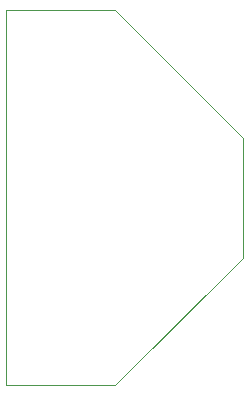
<source format=gm1>
%TF.GenerationSoftware,KiCad,Pcbnew,(5.1.6-0-10_14)*%
%TF.CreationDate,2022-06-04T16:36:40-05:00*%
%TF.ProjectId,programmer_adapter_v2,70726f67-7261-46d6-9d65-725f61646170,rev?*%
%TF.SameCoordinates,Original*%
%TF.FileFunction,Profile,NP*%
%FSLAX46Y46*%
G04 Gerber Fmt 4.6, Leading zero omitted, Abs format (unit mm)*
G04 Created by KiCad (PCBNEW (5.1.6-0-10_14)) date 2022-06-04 16:36:40*
%MOMM*%
%LPD*%
G01*
G04 APERTURE LIST*
%TA.AperFunction,Profile*%
%ADD10C,0.050000*%
%TD*%
G04 APERTURE END LIST*
D10*
X86060000Y-71740000D02*
X86060000Y-61580000D01*
X75250000Y-82550000D02*
X86060000Y-71740000D01*
X75250000Y-50774600D02*
X86060000Y-61580000D01*
X66040000Y-82550000D02*
X75250000Y-82550000D01*
X66040000Y-50774600D02*
X66040000Y-82550000D01*
X66040000Y-50774600D02*
X75250000Y-50774600D01*
M02*

</source>
